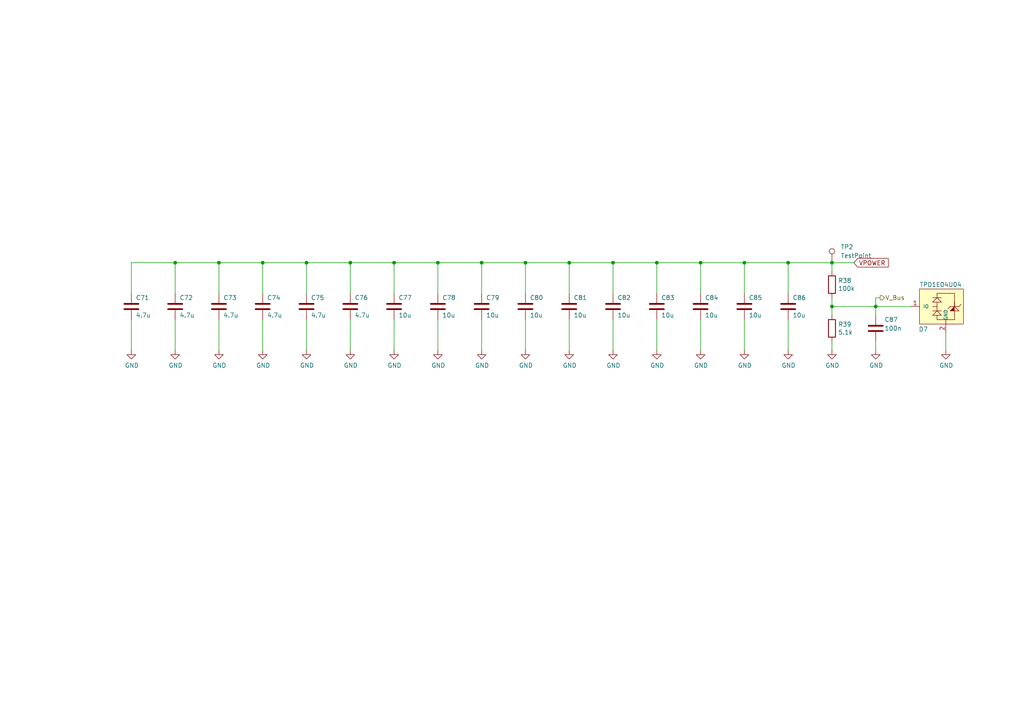
<source format=kicad_sch>
(kicad_sch (version 20231120) (generator "eeschema") (generator_version "8.0")
  (paper "A4")
  (title_block (title "Open MOtor DRiver Initiative  - Single Axis (OMODRI_SA)") (date "2025-03-06") (rev "1.0") (company "LAAS/CNRS"))
  (lib_symbols
    (symbol "Connector:TestPoint" (pin_numbers hide) (pin_names (offset 0.762) hide)
      (property "Reference" "TP" (at 0 6.858 0))
      (property "Value" "TestPoint" (at 0 5.08 0))
      (symbol "TestPoint_0_1"
        (circle (center 0 3.302) (radius 0.762))
      )
      (symbol "TestPoint_1_1"
        (pin passive line (at 0 0 90) (length 2.54) (name "1") (number "1"))
      )
    )
    (symbol "Device:C" (pin_numbers hide) (pin_names (offset 0.254))
      (property "Reference" "C" (at 0.635 2.54 0))
      (property "Value" "C" (at 0.635 -2.54 0))
      (symbol "C_0_1"
        (polyline (pts (xy -2.032 -0.762) (xy 2.032 -0.762)) (stroke (width 0.508)))
        (polyline (pts (xy -2.032 0.762) (xy 2.032 0.762)) (stroke (width 0.508)))
      )
      (symbol "C_1_1"
        (pin passive line (at 0 3.81 270) (length 2.794) (name "~") (number "1"))
        (pin passive line (at 0 -3.81 90) (length 2.794) (name "~") (number "2"))
      )
    )
    (symbol "Device:R" (pin_numbers hide) (pin_names (offset 0))
      (property "Reference" "R" (at 2.032 0 90))
      (property "Value" "R" (at 0 0 90))
      (symbol "R_0_1"
        (rectangle (start -1.016 -2.54) (end 1.016 2.54) (stroke (width 0.254)))
      )
      (symbol "R_1_1"
        (pin passive line (at 0 3.81 270) (length 1.27) (name "~") (number "1"))
        (pin passive line (at 0 -3.81 90) (length 1.27) (name "~") (number "2"))
      )
    )
    (symbol "omodri_lib:TPD1E04U04" (pin_names (offset 1.016))
      (property "Reference" "D" (at -6.35 8.89 0))
      (property "Value" "TPD1E04U04" (at -1.27 6.35 0))
      (symbol "TPD1E04U04_0_1"
        (polyline (pts (xy -2.54 -3.81) (xy 2.54 -3.81)))
        (polyline (pts (xy -2.54 3.81) (xy 2.54 3.81)))
      )
      (symbol "TPD1E04U04_1_1"
        (rectangle (start -7.62 5.08) (end 5.08 -5.08) (fill (type background)))
        (polyline (pts (xy -2.54 0) (xy -3.81 0)))
        (polyline (pts (xy 0 -3.81) (xy 0 -5.08)))
        (polyline (pts (xy 1.27 0) (xy 0.635 -0.635)))
        (polyline (pts (xy 2.54 -2.54) (xy 2.54 -3.81)))
        (polyline (pts (xy 3.81 0) (xy 4.445 0.635) (xy 3.81 0)))
        (polyline (pts (xy 2.54 1.27) (xy 2.54 3.81) (xy 2.54 0.635) (xy 2.54 0)))
        (polyline (pts (xy -2.54 0) (xy -2.54 -1.27) (xy -3.81 -1.27) (xy -1.27 -1.27) (xy -2.54 -1.27) (xy -3.81 -2.54) (xy -1.27 -2.54) (xy -2.54 -1.27) (xy -1.27 -2.54) (xy -2.54 -2.54) (xy -2.54 -3.81)))
        (polyline (pts (xy -2.54 3.81) (xy -2.54 2.54) (xy -3.81 2.54) (xy -1.27 2.54) (xy -2.54 2.54) (xy -3.81 1.27) (xy -1.27 1.27) (xy -2.54 2.54) (xy -1.27 1.27) (xy -2.54 1.27) (xy -2.54 0)))
        (polyline (pts (xy 2.54 1.27) (xy 2.54 0) (xy 1.27 0) (xy 3.81 0) (xy 2.54 0) (xy 1.27 -1.27) (xy 3.81 -1.27) (xy 2.54 0) (xy 3.81 -1.27) (xy 2.54 -1.27) (xy 2.54 -2.54)) (fill (type outline)))
        (pin passive line (at -10.16 0 0) (length 2.54) (name "IO") (number "1"))
        (pin power_in line (at 0 -7.62 90) (length 2.54) (name "GND") (number "2"))
      )
    )
    (symbol "power:GND" (power) (pin_numbers hide) (pin_names (offset 0) hide)
      (property "Value" "GND" (at 0 -3.81 0))
      (symbol "GND_0_1"
        (polyline (pts (xy 0 0) (xy 0 -1.27) (xy 1.27 -1.27) (xy 0 -2.54) (xy -1.27 -1.27) (xy 0 -1.27)))
      )
      (symbol "GND_1_1"
        (pin power_in line (at 0 0 270) (length 0) (name "~") (number "1"))
      )
    )
  )
  (junction (at 228.6 76.2))
  (junction (at 63.5 76.2))
  (junction (at 139.7 76.2))
  (junction (at 241.3 76.2))
  (junction (at 190.5 76.2))
  (junction (at 88.9 76.2))
  (junction (at 165.1 76.2))
  (junction (at 50.8 76.2))
  (junction (at 203.2 76.2))
  (junction (at 114.3 76.2))
  (junction (at 254 88.9))
  (junction (at 177.8 76.2))
  (junction (at 152.4 76.2))
  (junction (at 241.3 88.9))
  (junction (at 101.6 76.2))
  (junction (at 127 76.2))
  (junction (at 76.2 76.2))
  (junction (at 215.9 76.2))
  (wire (pts (xy 139.7 76.2) (xy 152.4 76.2)))
  (wire (pts (xy 228.6 76.2) (xy 241.3 76.2)))
  (wire (pts (xy 152.4 76.2) (xy 152.4 85.09)))
  (wire (pts (xy 63.5 76.2) (xy 63.5 85.09)))
  (wire (pts (xy 101.6 76.2) (xy 114.3 76.2)))
  (wire (pts (xy 63.5 76.2) (xy 76.2 76.2)))
  (wire (pts (xy 241.3 76.2) (xy 247.65 76.2)))
  (wire (pts (xy 63.5 92.71) (xy 63.5 101.6)))
  (wire (pts (xy 38.1 76.2) (xy 50.8 76.2)))
  (wire (pts (xy 76.2 76.2) (xy 76.2 85.09)))
  (wire (pts (xy 101.6 92.71) (xy 101.6 101.6)))
  (wire (pts (xy 50.8 76.2) (xy 50.8 85.09)))
  (wire (pts (xy 215.9 76.2) (xy 215.9 85.09)))
  (wire (pts (xy 165.1 76.2) (xy 177.8 76.2)))
  (wire (pts (xy 165.1 92.71) (xy 165.1 101.6)))
  (wire (pts (xy 177.8 76.2) (xy 177.8 85.09)))
  (wire (pts (xy 38.1 92.71) (xy 38.1 101.6)))
  (wire (pts (xy 190.5 76.2) (xy 203.2 76.2)))
  (wire (pts (xy 241.3 76.2) (xy 241.3 78.74)))
  (wire (pts (xy 139.7 92.71) (xy 139.7 101.6)))
  (wire (pts (xy 203.2 92.71) (xy 203.2 101.6)))
  (wire (pts (xy 254 88.9) (xy 254 91.44)))
  (wire (pts (xy 228.6 92.71) (xy 228.6 101.6)))
  (wire (pts (xy 241.3 88.9) (xy 254 88.9)))
  (wire (pts (xy 254 101.6) (xy 254 99.06)))
  (wire (pts (xy 264.16 88.9) (xy 254 88.9)))
  (wire (pts (xy 203.2 76.2) (xy 215.9 76.2)))
  (wire (pts (xy 203.2 76.2) (xy 203.2 85.09)))
  (wire (pts (xy 165.1 76.2) (xy 165.1 85.09)))
  (wire (pts (xy 215.9 76.2) (xy 228.6 76.2)))
  (wire (pts (xy 101.6 76.2) (xy 101.6 85.09)))
  (wire (pts (xy 50.8 76.2) (xy 63.5 76.2)))
  (wire (pts (xy 114.3 92.71) (xy 114.3 101.6)))
  (wire (pts (xy 241.3 88.9) (xy 241.3 86.36)))
  (wire (pts (xy 127 92.71) (xy 127 101.6)))
  (wire (pts (xy 152.4 76.2) (xy 165.1 76.2)))
  (wire (pts (xy 38.1 76.2) (xy 38.1 85.09)))
  (wire (pts (xy 228.6 76.2) (xy 228.6 85.09)))
  (wire (pts (xy 241.3 101.6) (xy 241.3 99.06)))
  (wire (pts (xy 50.8 92.71) (xy 50.8 101.6)))
  (wire (pts (xy 255.27 86.36) (xy 254 86.36)))
  (wire (pts (xy 190.5 76.2) (xy 190.5 85.09)))
  (wire (pts (xy 114.3 76.2) (xy 127 76.2)))
  (wire (pts (xy 241.3 91.44) (xy 241.3 88.9)))
  (wire (pts (xy 76.2 76.2) (xy 88.9 76.2)))
  (wire (pts (xy 127 76.2) (xy 127 85.09)))
  (wire (pts (xy 190.5 92.71) (xy 190.5 101.6)))
  (wire (pts (xy 88.9 76.2) (xy 101.6 76.2)))
  (wire (pts (xy 88.9 76.2) (xy 88.9 85.09)))
  (wire (pts (xy 177.8 92.71) (xy 177.8 101.6)))
  (wire (pts (xy 76.2 92.71) (xy 76.2 101.6)))
  (wire (pts (xy 152.4 92.71) (xy 152.4 101.6)))
  (wire (pts (xy 139.7 76.2) (xy 139.7 85.09)))
  (wire (pts (xy 127 76.2) (xy 139.7 76.2)))
  (wire (pts (xy 114.3 76.2) (xy 114.3 85.09)))
  (wire (pts (xy 177.8 76.2) (xy 190.5 76.2)))
  (wire (pts (xy 215.9 92.71) (xy 215.9 101.6)))
  (wire (pts (xy 254 86.36) (xy 254 88.9)))
  (wire (pts (xy 274.32 96.52) (xy 274.32 101.6)))
  (wire (pts (xy 88.9 92.71) (xy 88.9 101.6)))
  (global_label "VPOWER" (shape input) (at 247.65 76.2 0) (property "Intersheetrefs" "${INTERSHEET_REFS}" (effects (hide yes))) (property "Références Inter-Feuilles" "${INTERSHEET_REFS}" (effects (hide yes))))
  (hierarchical_label "V_Bus" (shape output) (at 255.27 86.36 0))
  (symbol (lib_id "power:GND") (at 254 101.6 0) (unit 1)
    (property "Reference" "#PWR0125" (effects (hide yes)))
    (property "Value" "GND" (at 254.127 105.9942 0))
    (property "Description" "Power symbol creates a global label with name \"GND\" , ground" (effects (hide yes)))
  )
  (symbol (lib_id "power:GND") (at 76.2 101.6 0) (unit 1)
    (property "Reference" "#PWR0111" (effects (hide yes)))
    (property "Value" "GND" (at 76.327 105.9942 0))
    (property "Description" "Power symbol creates a global label with name \"GND\" , ground" (effects (hide yes)))
  )
  (symbol (lib_id "Device:C") (at 254 95.25 0) (unit 1)
    (property "Reference" "C87" (at 256.54 92.71 0) (effects (justify left)))
    (property "Value" "100n" (at 256.54 95.25 0) (effects (justify left)))
    (property "Footprint" "Capacitor_SMD:C_0201_0603Metric" (effects (hide yes)))
    (property "Datasheet" "https://www.murata.com/en-eu/products/productdetail?partno=GRM033R61E104KE14%23" (effects (hide yes)))
    (property "Description" "0201, 100nf, 25V,  ±10%, X5R, SMD MLCC" (effects (hide yes)))
    (property "DigiKey" "490-12686-1-ND" (effects (hide yes)))
    (property "Farnell" "2990693" (effects (hide yes)))
    (property "Mouser" "81-GRM033R61E104KE4D" (effects (hide yes)))
    (property "Part No" "GRM033R61E104KE14D" (effects (hide yes)))
    (property "RS" "185-2066" (effects (hide yes)))
    (property "LCSC" "C76939" (effects (hide yes)))
    (property "Manufacturer" "MURATA" (effects (hide yes)))
    (property "Assembling" "SMD" (effects (hide yes)))
  )
  (symbol (lib_id "Device:C") (at 139.7 88.9 0) (unit 1)
    (property "Reference" "C79" (at 140.97 86.36 0) (effects (justify left)))
    (property "Value" "10u" (at 140.97 91.44 0) (effects (justify left)))
    (property "Footprint" "Capacitor_SMD:C_1210_3225Metric" (effects (hide yes)))
    (property "Datasheet" "https://www.murata.com/en-eu/products/productdetail?partno=GRM32EC72A106KE05%23" (effects (hide yes)))
    (property "Description" "1210, 10uf, 100V,  ±10%, X7S, SMD MLCC" (effects (hide yes)))
    (property "DigiKey" "490-16266-1-ND" (effects (hide yes)))
    (property "Farnell" "3581425" (effects (hide yes)))
    (property "Mouser" "81-GRM32EC72A106KE05" (effects (hide yes)))
    (property "Part No" "GRM32EC72A106KE05L" (effects (hide yes)))
    (property "LCSC" "C576517" (effects (hide yes)))
    (property "RS" "247-8166" (effects (hide yes)))
    (property "Manufacturer" "MURATA" (effects (hide yes)))
    (property "Assembling" "SMD" (effects (hide yes)))
  )
  (symbol (lib_id "Device:C") (at 177.8 88.9 0) (unit 1)
    (property "Reference" "C82" (at 179.07 86.36 0) (effects (justify left)))
    (property "Value" "10u" (at 179.07 91.44 0) (effects (justify left)))
    (property "Footprint" "Capacitor_SMD:C_1210_3225Metric" (effects (hide yes)))
    (property "Datasheet" "https://www.murata.com/en-eu/products/productdetail?partno=GRM32EC72A106KE05%23" (effects (hide yes)))
    (property "Description" "1210, 10uf, 100V,  ±10%, X7S, SMD MLCC" (effects (hide yes)))
    (property "DigiKey" "490-16266-1-ND" (effects (hide yes)))
    (property "Farnell" "3581425" (effects (hide yes)))
    (property "Mouser" "81-GRM32EC72A106KE05" (effects (hide yes)))
    (property "Part No" "GRM32EC72A106KE05L" (effects (hide yes)))
    (property "LCSC" "C576517" (effects (hide yes)))
    (property "RS" "247-8166" (effects (hide yes)))
    (property "Manufacturer" "MURATA" (effects (hide yes)))
    (property "Assembling" "SMD" (effects (hide yes)))
  )
  (symbol (lib_id "Device:C") (at 38.1 88.9 0) (unit 1)
    (property "Reference" "C71" (at 39.37 86.36 0) (effects (justify left)))
    (property "Value" "4.7u" (at 39.37 91.44 0) (effects (justify left)))
    (property "Footprint" "Capacitor_SMD:C_1206_3216Metric" (effects (hide yes)))
    (property "Datasheet" "https://www.murata.com/en-eu/products/productdetail?partno=GRM31CC72A475KE11%23" (effects (hide yes)))
    (property "Description" "1206, 4.7uf, 100V,  ±10%, X7S, SMD MLCC" (effects (hide yes)))
    (property "DigiKey" "490-18620-1-ND" (effects (hide yes)))
    (property "Farnell" "3790450" (effects (hide yes)))
    (property "Mouser" "81-GRM31CC72A475KE1L" (effects (hide yes)))
    (property "Part No" "GRM31CC72A475KE11#" (effects (hide yes)))
    (property "LCSC" "  C237304" (effects (hide yes)))
    (property "RS" "2478147" (effects (hide yes)))
    (property "Manufacturer" "MURATA" (effects (hide yes)))
    (property "Assembling" "SMD" (effects (hide yes)))
  )
  (symbol (lib_id "Device:C") (at 165.1 88.9 0) (unit 1)
    (property "Reference" "C81" (at 166.37 86.36 0) (effects (justify left)))
    (property "Value" "10u" (at 166.37 91.44 0) (effects (justify left)))
    (property "Footprint" "Capacitor_SMD:C_1210_3225Metric" (effects (hide yes)))
    (property "Datasheet" "https://www.murata.com/en-eu/products/productdetail?partno=GRM32EC72A106KE05%23" (effects (hide yes)))
    (property "Description" "1210, 10uf, 100V,  ±10%, X7S, SMD MLCC" (effects (hide yes)))
    (property "DigiKey" "490-16266-1-ND" (effects (hide yes)))
    (property "Farnell" "3581425" (effects (hide yes)))
    (property "Mouser" "81-GRM32EC72A106KE05" (effects (hide yes)))
    (property "Part No" "GRM32EC72A106KE05L" (effects (hide yes)))
    (property "LCSC" "C576517" (effects (hide yes)))
    (property "RS" "247-8166" (effects (hide yes)))
    (property "Manufacturer" "MURATA" (effects (hide yes)))
    (property "Assembling" "SMD" (effects (hide yes)))
  )
  (symbol (lib_id "Device:C") (at 114.3 88.9 0) (unit 1)
    (property "Reference" "C77" (at 115.57 86.36 0) (effects (justify left)))
    (property "Value" "10u" (at 115.57 91.44 0) (effects (justify left)))
    (property "Footprint" "Capacitor_SMD:C_1210_3225Metric" (effects (hide yes)))
    (property "Datasheet" "https://www.murata.com/en-eu/products/productdetail?partno=GRM32EC72A106KE05%23" (effects (hide yes)))
    (property "Description" "1210, 10uf, 100V,  ±10%, X7S, SMD MLCC" (effects (hide yes)))
    (property "DigiKey" "490-16266-1-ND" (effects (hide yes)))
    (property "Farnell" "3581425" (effects (hide yes)))
    (property "Mouser" "81-GRM32EC72A106KE05" (effects (hide yes)))
    (property "Part No" "GRM32EC72A106KE05L" (effects (hide yes)))
    (property "LCSC" "C576517" (effects (hide yes)))
    (property "RS" "247-8166" (effects (hide yes)))
    (property "Manufacturer" "MURATA" (effects (hide yes)))
    (property "Assembling" "SMD" (effects (hide yes)))
  )
  (symbol (lib_id "Device:C") (at 50.8 88.9 0) (unit 1)
    (property "Reference" "C72" (at 52.07 86.36 0) (effects (justify left)))
    (property "Value" "4.7u" (at 52.07 91.44 0) (effects (justify left)))
    (property "Footprint" "Capacitor_SMD:C_1206_3216Metric" (effects (hide yes)))
    (property "Datasheet" "https://www.murata.com/en-eu/products/productdetail?partno=GRM31CC72A475KE11%23" (effects (hide yes)))
    (property "Description" "1206, 4.7uf, 100V,  ±10%, X7S, SMD MLCC" (effects (hide yes)))
    (property "DigiKey" "490-18620-1-ND" (effects (hide yes)))
    (property "Farnell" "3790450" (effects (hide yes)))
    (property "Mouser" "81-GRM31CC72A475KE1L" (effects (hide yes)))
    (property "Part No" "GRM31CC72A475KE11#" (effects (hide yes)))
    (property "LCSC" "  C237304" (effects (hide yes)))
    (property "RS" "2478147" (effects (hide yes)))
    (property "Manufacturer" "MURATA" (effects (hide yes)))
    (property "Assembling" "SMD" (effects (hide yes)))
  )
  (symbol (lib_id "power:GND") (at 165.1 101.6 0) (unit 1)
    (property "Reference" "#PWR0118" (effects (hide yes)))
    (property "Value" "GND" (at 165.227 105.9942 0))
    (property "Description" "Power symbol creates a global label with name \"GND\" , ground" (effects (hide yes)))
  )
  (symbol (lib_id "power:GND") (at 139.7 101.6 0) (unit 1)
    (property "Reference" "#PWR0116" (effects (hide yes)))
    (property "Value" "GND" (at 139.827 105.9942 0))
    (property "Description" "Power symbol creates a global label with name \"GND\" , ground" (effects (hide yes)))
  )
  (symbol (lib_id "Connector:TestPoint") (at 241.3 76.2 0) (unit 1) (in_bom no)
    (property "Reference" "TP2" (at 243.84 71.6279 0) (effects (justify left)))
    (property "Value" "TestPoint" (at 243.84 74.1679 0) (effects (justify left)))
    (property "Footprint" "TestPoint:TestPoint_Pad_D1.0mm" (effects (hide yes)))
    (property "Description" "test point" (effects (hide yes)))
    (property "Assembling" "SMD" (effects (hide yes)))
  )
  (symbol (lib_id "power:GND") (at 38.1 101.6 0) (unit 1)
    (property "Reference" "#PWR0108" (effects (hide yes)))
    (property "Value" "GND" (at 38.227 105.9942 0))
    (property "Description" "Power symbol creates a global label with name \"GND\" , ground" (effects (hide yes)))
  )
  (symbol (lib_id "Device:C") (at 88.9 88.9 0) (unit 1)
    (property "Reference" "C75" (at 90.17 86.36 0) (effects (justify left)))
    (property "Value" "4.7u" (at 90.17 91.44 0) (effects (justify left)))
    (property "Footprint" "Capacitor_SMD:C_1206_3216Metric" (effects (hide yes)))
    (property "Datasheet" "https://www.murata.com/en-eu/products/productdetail?partno=GRM31CC72A475KE11%23" (effects (hide yes)))
    (property "Description" "1206, 4.7uf, 100V,  ±10%, X7S, SMD MLCC" (effects (hide yes)))
    (property "DigiKey" "490-18620-1-ND" (effects (hide yes)))
    (property "Farnell" "3790450" (effects (hide yes)))
    (property "Mouser" "81-GRM31CC72A475KE1L" (effects (hide yes)))
    (property "Part No" "GRM31CC72A475KE11#" (effects (hide yes)))
    (property "LCSC" "  C237304" (effects (hide yes)))
    (property "RS" "2478147" (effects (hide yes)))
    (property "Manufacturer" "MURATA" (effects (hide yes)))
    (property "Assembling" "SMD" (effects (hide yes)))
  )
  (symbol (lib_id "power:GND") (at 215.9 101.6 0) (unit 1)
    (property "Reference" "#PWR0122" (effects (hide yes)))
    (property "Value" "GND" (at 216.027 105.9942 0))
    (property "Description" "Power symbol creates a global label with name \"GND\" , ground" (effects (hide yes)))
  )
  (symbol (lib_id "power:GND") (at 228.6 101.6 0) (unit 1)
    (property "Reference" "#PWR0123" (effects (hide yes)))
    (property "Value" "GND" (at 228.727 105.9942 0))
    (property "Description" "Power symbol creates a global label with name \"GND\" , ground" (effects (hide yes)))
  )
  (symbol (lib_id "power:GND") (at 274.32 101.6 0) (unit 1)
    (property "Reference" "#PWR0126" (effects (hide yes)))
    (property "Value" "GND" (at 274.447 105.9942 0))
    (property "Description" "Power symbol creates a global label with name \"GND\" , ground" (effects (hide yes)))
  )
  (symbol (lib_id "Device:R") (at 241.3 95.25 0) (unit 1)
    (property "Reference" "R39" (at 243.078 94.0816 0) (effects (justify left)))
    (property "Value" "5.1k" (at 243.078 96.393 0) (effects (justify left)))
    (property "Footprint" "Resistor_SMD:R_0402_1005Metric" (effects (hide yes)))
    (property "Datasheet" "https://industrial.panasonic.com/sa/products/pt/general-purpose-chip-resistors/models/ERJ2RKF5101X" (effects (hide yes)))
    (property "Description" "0402, 5.1kΩ, 0.1W, ±1%, SMD  resistor" (effects (hide yes)))
    (property "DigiKey" "P5.10KLCT-ND" (effects (hide yes)))
    (property "Farnell" "2302709" (effects (hide yes)))
    (property "Mouser" "667-ERJ-2RKF5101X" (effects (hide yes)))
    (property "Part No" "ERJ2RKF5101X" (effects (hide yes)))
    (property "RS" "732-5536" (effects (hide yes)))
    (property "LCSC" "C278598" (effects (hide yes)))
    (property "Manufacturer" "PANASONIC" (effects (hide yes)))
    (property "Assembling" "SMD" (effects (hide yes)))
  )
  (symbol (lib_id "power:GND") (at 177.8 101.6 0) (unit 1)
    (property "Reference" "#PWR0119" (effects (hide yes)))
    (property "Value" "GND" (at 177.927 105.9942 0))
    (property "Description" "Power symbol creates a global label with name \"GND\" , ground" (effects (hide yes)))
  )
  (symbol (lib_id "Device:C") (at 101.6 88.9 0) (unit 1)
    (property "Reference" "C76" (at 102.87 86.36 0) (effects (justify left)))
    (property "Value" "4.7u" (at 102.87 91.44 0) (effects (justify left)))
    (property "Footprint" "Capacitor_SMD:C_1206_3216Metric" (effects (hide yes)))
    (property "Datasheet" "https://www.murata.com/en-eu/products/productdetail?partno=GRM31CC72A475KE11%23" (effects (hide yes)))
    (property "Description" "1206, 4.7uf, 100V,  ±10%, X7S, SMD MLCC" (effects (hide yes)))
    (property "DigiKey" "490-18620-1-ND" (effects (hide yes)))
    (property "Farnell" "3790450" (effects (hide yes)))
    (property "Mouser" "81-GRM31CC72A475KE1L" (effects (hide yes)))
    (property "Part No" "GRM31CC72A475KE11#" (effects (hide yes)))
    (property "LCSC" "  C237304" (effects (hide yes)))
    (property "RS" "2478147" (effects (hide yes)))
    (property "Manufacturer" "MURATA" (effects (hide yes)))
    (property "Assembling" "SMD" (effects (hide yes)))
  )
  (symbol (lib_id "omodri_lib:TPD1E04U04") (at 274.32 88.9 0) (unit 1)
    (property "Reference" "D7" (at 266.446 95.504 0) (effects (justify left)))
    (property "Value" "TPD1E04U04" (at 266.7 82.55 0) (effects (justify left)))
    (property "Footprint" "Diode_SMD:D_0201_0603Metric" (effects (hide yes)))
    (property "Datasheet" "https://www.ti.com/lit/ds/symlink/tpd1e04u04.pdf" (effects (hide yes)))
    (property "Description" "0201, unidirectional ESD Protection Diode with Low-Capacitance, 1-Channel, 30 kV" (effects (hide yes)))
    (property "DigiKey" "296-47862-1-ND" (effects (hide yes)))
    (property "Mouser" "595-TPD1E04U04DPLT" (effects (hide yes)))
    (property "Part No" "TPD1E04U04DPLT" (effects (hide yes)))
    (property "LCSC" "C1973437" (effects (hide yes)))
    (property "Manufacturer" "TEXAS INSTRUMENTS" (effects (hide yes)))
    (property "Farnell" "3004229" (effects (hide yes)))
    (property "RS" "252-8753" (effects (hide yes)))
    (property "Assembling" "SMD" (effects (hide yes)))
  )
  (symbol (lib_id "power:GND") (at 101.6 101.6 0) (unit 1)
    (property "Reference" "#PWR0113" (effects (hide yes)))
    (property "Value" "GND" (at 101.727 105.9942 0))
    (property "Description" "Power symbol creates a global label with name \"GND\" , ground" (effects (hide yes)))
  )
  (symbol (lib_id "Device:C") (at 228.6 88.9 0) (unit 1)
    (property "Reference" "C86" (at 229.87 86.36 0) (effects (justify left)))
    (property "Value" "10u" (at 229.87 91.44 0) (effects (justify left)))
    (property "Footprint" "Capacitor_SMD:C_1210_3225Metric" (effects (hide yes)))
    (property "Datasheet" "https://www.murata.com/en-eu/products/productdetail?partno=GRM32EC72A106KE05%23" (effects (hide yes)))
    (property "Description" "1210, 10uf, 100V,  ±10%, X7S, SMD MLCC" (effects (hide yes)))
    (property "DigiKey" "490-16266-1-ND" (effects (hide yes)))
    (property "Farnell" "3581425" (effects (hide yes)))
    (property "Mouser" "81-GRM32EC72A106KE05" (effects (hide yes)))
    (property "Part No" "GRM32EC72A106KE05L" (effects (hide yes)))
    (property "LCSC" "C576517" (effects (hide yes)))
    (property "RS" "247-8166" (effects (hide yes)))
    (property "Manufacturer" "MURATA" (effects (hide yes)))
    (property "Assembling" "SMD" (effects (hide yes)))
  )
  (symbol (lib_id "Device:C") (at 152.4 88.9 0) (unit 1)
    (property "Reference" "C80" (at 153.67 86.36 0) (effects (justify left)))
    (property "Value" "10u" (at 153.67 91.44 0) (effects (justify left)))
    (property "Footprint" "Capacitor_SMD:C_1210_3225Metric" (effects (hide yes)))
    (property "Datasheet" "https://www.murata.com/en-eu/products/productdetail?partno=GRM32EC72A106KE05%23" (effects (hide yes)))
    (property "Description" "1210, 10uf, 100V,  ±10%, X7S, SMD MLCC" (effects (hide yes)))
    (property "DigiKey" "490-16266-1-ND" (effects (hide yes)))
    (property "Farnell" "3581425" (effects (hide yes)))
    (property "Mouser" "81-GRM32EC72A106KE05" (effects (hide yes)))
    (property "Part No" "GRM32EC72A106KE05L" (effects (hide yes)))
    (property "LCSC" "C576517" (effects (hide yes)))
    (property "RS" "247-8166" (effects (hide yes)))
    (property "Manufacturer" "MURATA" (effects (hide yes)))
    (property "Assembling" "SMD" (effects (hide yes)))
  )
  (symbol (lib_id "Device:C") (at 76.2 88.9 0) (unit 1)
    (property "Reference" "C74" (at 77.47 86.36 0) (effects (justify left)))
    (property "Value" "4.7u" (at 77.47 91.44 0) (effects (justify left)))
    (property "Footprint" "Capacitor_SMD:C_1206_3216Metric" (effects (hide yes)))
    (property "Datasheet" "https://www.murata.com/en-eu/products/productdetail?partno=GRM31CC72A475KE11%23" (effects (hide yes)))
    (property "Description" "1206, 4.7uf, 100V,  ±10%, X7S, SMD MLCC" (effects (hide yes)))
    (property "DigiKey" "490-18620-1-ND" (effects (hide yes)))
    (property "Farnell" "3790450" (effects (hide yes)))
    (property "Mouser" "81-GRM31CC72A475KE1L" (effects (hide yes)))
    (property "Part No" "GRM31CC72A475KE11#" (effects (hide yes)))
    (property "LCSC" "  C237304" (effects (hide yes)))
    (property "RS" "2478147" (effects (hide yes)))
    (property "Manufacturer" "MURATA" (effects (hide yes)))
    (property "Assembling" "SMD" (effects (hide yes)))
  )
  (symbol (lib_id "power:GND") (at 152.4 101.6 0) (unit 1)
    (property "Reference" "#PWR0117" (effects (hide yes)))
    (property "Value" "GND" (at 152.527 105.9942 0))
    (property "Description" "Power symbol creates a global label with name \"GND\" , ground" (effects (hide yes)))
  )
  (symbol (lib_id "power:GND") (at 88.9 101.6 0) (unit 1)
    (property "Reference" "#PWR0112" (effects (hide yes)))
    (property "Value" "GND" (at 89.027 105.9942 0))
    (property "Description" "Power symbol creates a global label with name \"GND\" , ground" (effects (hide yes)))
  )
  (symbol (lib_id "Device:C") (at 190.5 88.9 0) (unit 1)
    (property "Reference" "C83" (at 191.77 86.36 0) (effects (justify left)))
    (property "Value" "10u" (at 191.77 91.44 0) (effects (justify left)))
    (property "Footprint" "Capacitor_SMD:C_1210_3225Metric" (effects (hide yes)))
    (property "Datasheet" "https://www.murata.com/en-eu/products/productdetail?partno=GRM32EC72A106KE05%23" (effects (hide yes)))
    (property "Description" "1210, 10uf, 100V,  ±10%, X7S, SMD MLCC" (effects (hide yes)))
    (property "DigiKey" "490-16266-1-ND" (effects (hide yes)))
    (property "Farnell" "3581425" (effects (hide yes)))
    (property "Mouser" "81-GRM32EC72A106KE05" (effects (hide yes)))
    (property "Part No" "GRM32EC72A106KE05L" (effects (hide yes)))
    (property "LCSC" "C576517" (effects (hide yes)))
    (property "RS" "247-8166" (effects (hide yes)))
    (property "Manufacturer" "MURATA" (effects (hide yes)))
    (property "Assembling" "SMD" (effects (hide yes)))
  )
  (symbol (lib_id "power:GND") (at 203.2 101.6 0) (unit 1)
    (property "Reference" "#PWR0121" (effects (hide yes)))
    (property "Value" "GND" (at 203.327 105.9942 0))
    (property "Description" "Power symbol creates a global label with name \"GND\" , ground" (effects (hide yes)))
  )
  (symbol (lib_id "Device:C") (at 203.2 88.9 0) (unit 1)
    (property "Reference" "C84" (at 204.47 86.36 0) (effects (justify left)))
    (property "Value" "10u" (at 204.47 91.44 0) (effects (justify left)))
    (property "Footprint" "Capacitor_SMD:C_1210_3225Metric" (effects (hide yes)))
    (property "Datasheet" "https://www.murata.com/en-eu/products/productdetail?partno=GRM32EC72A106KE05%23" (effects (hide yes)))
    (property "Description" "1210, 10uf, 100V,  ±10%, X7S, SMD MLCC" (effects (hide yes)))
    (property "DigiKey" "490-16266-1-ND" (effects (hide yes)))
    (property "Farnell" "3581425" (effects (hide yes)))
    (property "Mouser" "81-GRM32EC72A106KE05" (effects (hide yes)))
    (property "Part No" "GRM32EC72A106KE05L" (effects (hide yes)))
    (property "LCSC" "C576517" (effects (hide yes)))
    (property "RS" "247-8166" (effects (hide yes)))
    (property "Manufacturer" "MURATA" (effects (hide yes)))
    (property "Assembling" "SMD" (effects (hide yes)))
  )
  (symbol (lib_id "power:GND") (at 50.8 101.6 0) (unit 1)
    (property "Reference" "#PWR0109" (effects (hide yes)))
    (property "Value" "GND" (at 50.927 105.9942 0))
    (property "Description" "Power symbol creates a global label with name \"GND\" , ground" (effects (hide yes)))
  )
  (symbol (lib_id "Device:C") (at 215.9 88.9 0) (unit 1)
    (property "Reference" "C85" (at 217.17 86.36 0) (effects (justify left)))
    (property "Value" "10u" (at 217.17 91.44 0) (effects (justify left)))
    (property "Footprint" "Capacitor_SMD:C_1210_3225Metric" (effects (hide yes)))
    (property "Datasheet" "https://www.murata.com/en-eu/products/productdetail?partno=GRM32EC72A106KE05%23" (effects (hide yes)))
    (property "Description" "1210, 10uf, 100V,  ±10%, X7S, SMD MLCC" (effects (hide yes)))
    (property "DigiKey" "490-16266-1-ND" (effects (hide yes)))
    (property "Farnell" "3581425" (effects (hide yes)))
    (property "Mouser" "81-GRM32EC72A106KE05" (effects (hide yes)))
    (property "Part No" "GRM32EC72A106KE05L" (effects (hide yes)))
    (property "LCSC" "C576517" (effects (hide yes)))
    (property "RS" "247-8166" (effects (hide yes)))
    (property "Manufacturer" "MURATA" (effects (hide yes)))
    (property "Assembling" "SMD" (effects (hide yes)))
  )
  (symbol (lib_id "power:GND") (at 114.3 101.6 0) (unit 1)
    (property "Reference" "#PWR0114" (effects (hide yes)))
    (property "Value" "GND" (at 114.427 105.9942 0))
    (property "Description" "Power symbol creates a global label with name \"GND\" , ground" (effects (hide yes)))
  )
  (symbol (lib_id "Device:C") (at 63.5 88.9 0) (unit 1)
    (property "Reference" "C73" (at 64.77 86.36 0) (effects (justify left)))
    (property "Value" "4.7u" (at 64.77 91.44 0) (effects (justify left)))
    (property "Footprint" "Capacitor_SMD:C_1206_3216Metric" (effects (hide yes)))
    (property "Datasheet" "https://www.murata.com/en-eu/products/productdetail?partno=GRM31CC72A475KE11%23" (effects (hide yes)))
    (property "Description" "1206, 4.7uf, 100V,  ±10%, X7S, SMD MLCC" (effects (hide yes)))
    (property "DigiKey" "490-18620-1-ND" (effects (hide yes)))
    (property "Farnell" "3790450" (effects (hide yes)))
    (property "Mouser" "81-GRM31CC72A475KE1L" (effects (hide yes)))
    (property "Part No" "GRM31CC72A475KE11#" (effects (hide yes)))
    (property "LCSC" "  C237304" (effects (hide yes)))
    (property "RS" "2478147" (effects (hide yes)))
    (property "Manufacturer" "MURATA" (effects (hide yes)))
    (property "Assembling" "SMD" (effects (hide yes)))
  )
  (symbol (lib_id "Device:R") (at 241.3 82.55 0) (unit 1)
    (property "Reference" "R38" (at 243.078 81.3816 0) (effects (justify left)))
    (property "Value" "100k" (at 243.078 83.693 0) (effects (justify left)))
    (property "Footprint" "Resistor_SMD:R_0402_1005Metric" (effects (hide yes)))
    (property "Datasheet" "https://industrial.panasonic.com/sa/products/pt/general-purpose-chip-resistors/models/ERJ2RKF1003X" (effects (hide yes)))
    (property "Description" "0402, 100kΩ, 0.1W, ±1%, SMD  resistor" (effects (hide yes)))
    (property "DigiKey" "P100KLCT-ND" (effects (hide yes)))
    (property "Farnell" "2302839" (effects (hide yes)))
    (property "Mouser" "667-ERJ-2RKF1003X" (effects (hide yes)))
    (property "Part No" "ERJ2RKF1003X" (effects (hide yes)))
    (property "RS" "732-5255" (effects (hide yes)))
    (property "LCSC" "C192169" (effects (hide yes)))
    (property "Manufacturer" "PANASONIC" (effects (hide yes)))
    (property "Assembling" "SMD" (effects (hide yes)))
  )
  (symbol (lib_id "power:GND") (at 241.3 101.6 0) (unit 1)
    (property "Reference" "#PWR0124" (effects (hide yes)))
    (property "Value" "GND" (at 241.427 105.9942 0))
    (property "Description" "Power symbol creates a global label with name \"GND\" , ground" (effects (hide yes)))
  )
  (symbol (lib_id "power:GND") (at 63.5 101.6 0) (unit 1)
    (property "Reference" "#PWR0110" (effects (hide yes)))
    (property "Value" "GND" (at 63.627 105.9942 0))
    (property "Description" "Power symbol creates a global label with name \"GND\" , ground" (effects (hide yes)))
  )
  (symbol (lib_id "power:GND") (at 127 101.6 0) (unit 1)
    (property "Reference" "#PWR0115" (effects (hide yes)))
    (property "Value" "GND" (at 127.127 105.9942 0))
    (property "Description" "Power symbol creates a global label with name \"GND\" , ground" (effects (hide yes)))
  )
  (symbol (lib_id "power:GND") (at 190.5 101.6 0) (unit 1)
    (property "Reference" "#PWR0120" (effects (hide yes)))
    (property "Value" "GND" (at 190.627 105.9942 0))
    (property "Description" "Power symbol creates a global label with name \"GND\" , ground" (effects (hide yes)))
  )
  (symbol (lib_id "Device:C") (at 127 88.9 0) (unit 1)
    (property "Reference" "C78" (at 128.27 86.36 0) (effects (justify left)))
    (property "Value" "10u" (at 128.27 91.44 0) (effects (justify left)))
    (property "Footprint" "Capacitor_SMD:C_1210_3225Metric" (effects (hide yes)))
    (property "Datasheet" "https://www.murata.com/en-eu/products/productdetail?partno=GRM32EC72A106KE05%23" (effects (hide yes)))
    (property "Description" "1210, 10uf, 100V,  ±10%, X7S, SMD MLCC" (effects (hide yes)))
    (property "DigiKey" "490-16266-1-ND" (effects (hide yes)))
    (property "Farnell" "3581425" (effects (hide yes)))
    (property "Mouser" "81-GRM32EC72A106KE05" (effects (hide yes)))
    (property "Part No" "GRM32EC72A106KE05L" (effects (hide yes)))
    (property "LCSC" "C576517" (effects (hide yes)))
    (property "RS" "247-8166" (effects (hide yes)))
    (property "Manufacturer" "MURATA" (effects (hide yes)))
    (property "Assembling" "SMD" (effects (hide yes)))
  )
)
</source>
